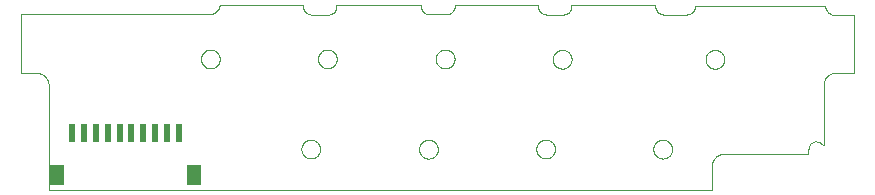
<source format=gtp>
G75*
%MOIN*%
%OFA0B0*%
%FSLAX25Y25*%
%IPPOS*%
%LPD*%
%AMOC8*
5,1,8,0,0,1.08239X$1,22.5*
%
%ADD10C,0.00394*%
%ADD11C,0.00000*%
%ADD12R,0.02362X0.06102*%
%ADD13R,0.04724X0.07087*%
D10*
X0010387Y0007469D02*
X0010387Y0042237D01*
X0010385Y0042365D01*
X0010379Y0042494D01*
X0010370Y0042622D01*
X0010356Y0042749D01*
X0010339Y0042877D01*
X0010317Y0043003D01*
X0010292Y0043129D01*
X0010263Y0043254D01*
X0010231Y0043379D01*
X0010195Y0043502D01*
X0010154Y0043624D01*
X0010111Y0043744D01*
X0010063Y0043864D01*
X0010012Y0043982D01*
X0009958Y0044098D01*
X0009900Y0044213D01*
X0009839Y0044325D01*
X0009774Y0044436D01*
X0009706Y0044545D01*
X0009635Y0044652D01*
X0009560Y0044756D01*
X0009482Y0044859D01*
X0009402Y0044959D01*
X0009318Y0045056D01*
X0009231Y0045151D01*
X0009142Y0045243D01*
X0009050Y0045332D01*
X0008955Y0045419D01*
X0008858Y0045503D01*
X0008758Y0045583D01*
X0008655Y0045661D01*
X0008551Y0045736D01*
X0008444Y0045807D01*
X0008335Y0045875D01*
X0008224Y0045940D01*
X0008112Y0046001D01*
X0007997Y0046059D01*
X0007881Y0046113D01*
X0007763Y0046164D01*
X0007643Y0046212D01*
X0007523Y0046255D01*
X0007401Y0046296D01*
X0007278Y0046332D01*
X0007153Y0046364D01*
X0007028Y0046393D01*
X0006902Y0046418D01*
X0006776Y0046440D01*
X0006648Y0046457D01*
X0006521Y0046471D01*
X0006393Y0046480D01*
X0006264Y0046486D01*
X0006136Y0046488D01*
X0001301Y0046488D01*
X0001301Y0065978D01*
X0063196Y0065978D01*
X0067377Y0068978D02*
X0095163Y0068939D01*
X0095164Y0068940D02*
X0095158Y0068835D01*
X0095157Y0068730D01*
X0095159Y0068625D01*
X0095166Y0068521D01*
X0095176Y0068416D01*
X0095190Y0068312D01*
X0095207Y0068209D01*
X0095229Y0068106D01*
X0095254Y0068004D01*
X0095282Y0067903D01*
X0095315Y0067804D01*
X0095351Y0067705D01*
X0095391Y0067608D01*
X0095434Y0067512D01*
X0095481Y0067418D01*
X0095531Y0067326D01*
X0095584Y0067236D01*
X0095641Y0067148D01*
X0095701Y0067061D01*
X0095764Y0066978D01*
X0095830Y0066896D01*
X0095899Y0066817D01*
X0095970Y0066740D01*
X0096045Y0066667D01*
X0096122Y0066595D01*
X0096202Y0066527D01*
X0096284Y0066462D01*
X0096368Y0066400D01*
X0096455Y0066341D01*
X0096544Y0066285D01*
X0096635Y0066232D01*
X0096727Y0066183D01*
X0096822Y0066137D01*
X0096918Y0066095D01*
X0097015Y0066056D01*
X0097114Y0066021D01*
X0097214Y0065989D01*
X0097315Y0065961D01*
X0097417Y0065937D01*
X0097520Y0065916D01*
X0097624Y0065900D01*
X0097728Y0065887D01*
X0097832Y0065878D01*
X0097832Y0065877D02*
X0103855Y0065877D01*
X0103855Y0065878D02*
X0103955Y0065887D01*
X0104054Y0065901D01*
X0104153Y0065918D01*
X0104251Y0065940D01*
X0104348Y0065965D01*
X0104444Y0065994D01*
X0104539Y0066027D01*
X0104632Y0066063D01*
X0104724Y0066103D01*
X0104814Y0066147D01*
X0104903Y0066194D01*
X0104989Y0066245D01*
X0105074Y0066298D01*
X0105156Y0066356D01*
X0105236Y0066416D01*
X0105314Y0066480D01*
X0105389Y0066546D01*
X0105461Y0066616D01*
X0105531Y0066688D01*
X0105598Y0066763D01*
X0105662Y0066840D01*
X0105722Y0066920D01*
X0105780Y0067002D01*
X0105834Y0067087D01*
X0105885Y0067173D01*
X0105932Y0067261D01*
X0105976Y0067352D01*
X0106016Y0067443D01*
X0106053Y0067537D01*
X0106086Y0067631D01*
X0106115Y0067727D01*
X0106141Y0067824D01*
X0106162Y0067922D01*
X0106180Y0068021D01*
X0106194Y0068120D01*
X0106204Y0068220D01*
X0106210Y0068320D01*
X0106212Y0068420D01*
X0106210Y0068521D01*
X0106204Y0068621D01*
X0106204Y0068620D02*
X0106204Y0068908D01*
X0134475Y0068908D01*
X0134470Y0068804D01*
X0134468Y0068700D01*
X0134470Y0068597D01*
X0134477Y0068493D01*
X0134487Y0068390D01*
X0134501Y0068287D01*
X0134518Y0068184D01*
X0134540Y0068083D01*
X0134565Y0067982D01*
X0134594Y0067883D01*
X0134627Y0067784D01*
X0134664Y0067687D01*
X0134704Y0067591D01*
X0134748Y0067497D01*
X0134795Y0067404D01*
X0134845Y0067314D01*
X0134899Y0067225D01*
X0134956Y0067138D01*
X0135017Y0067054D01*
X0135080Y0066972D01*
X0135147Y0066892D01*
X0135216Y0066815D01*
X0135289Y0066741D01*
X0135364Y0066669D01*
X0135441Y0066600D01*
X0135522Y0066534D01*
X0135604Y0066471D01*
X0135689Y0066411D01*
X0135776Y0066355D01*
X0135865Y0066302D01*
X0135956Y0066252D01*
X0136049Y0066205D01*
X0136144Y0066162D01*
X0136240Y0066123D01*
X0136337Y0066087D01*
X0136436Y0066055D01*
X0136536Y0066027D01*
X0136637Y0066002D01*
X0136738Y0065981D01*
X0136841Y0065964D01*
X0136944Y0065951D01*
X0137047Y0065942D01*
X0137047Y0065941D02*
X0142911Y0065941D01*
X0143018Y0065946D01*
X0143125Y0065955D01*
X0143232Y0065968D01*
X0143339Y0065985D01*
X0143444Y0066006D01*
X0143549Y0066030D01*
X0143653Y0066058D01*
X0143756Y0066090D01*
X0143857Y0066126D01*
X0143957Y0066166D01*
X0144056Y0066209D01*
X0144153Y0066256D01*
X0144248Y0066306D01*
X0144341Y0066360D01*
X0144433Y0066417D01*
X0144522Y0066477D01*
X0144609Y0066540D01*
X0144693Y0066607D01*
X0144775Y0066677D01*
X0144855Y0066749D01*
X0144931Y0066825D01*
X0145005Y0066903D01*
X0145076Y0066984D01*
X0145144Y0067068D01*
X0145209Y0067154D01*
X0145271Y0067242D01*
X0145329Y0067332D01*
X0145385Y0067425D01*
X0145436Y0067519D01*
X0145484Y0067615D01*
X0145529Y0067713D01*
X0145570Y0067813D01*
X0145608Y0067914D01*
X0145641Y0068016D01*
X0145671Y0068119D01*
X0145697Y0068224D01*
X0145720Y0068329D01*
X0145738Y0068435D01*
X0145753Y0068542D01*
X0145763Y0068649D01*
X0145770Y0068756D01*
X0145773Y0068864D01*
X0145772Y0068972D01*
X0145772Y0068971D02*
X0145772Y0069003D01*
X0152987Y0069003D01*
X0173476Y0069006D01*
X0173470Y0068899D01*
X0173469Y0068792D01*
X0173472Y0068685D01*
X0173478Y0068578D01*
X0173489Y0068471D01*
X0173503Y0068365D01*
X0173521Y0068260D01*
X0173543Y0068155D01*
X0173569Y0068051D01*
X0173598Y0067948D01*
X0173632Y0067846D01*
X0173669Y0067746D01*
X0173709Y0067646D01*
X0173754Y0067549D01*
X0173801Y0067453D01*
X0173853Y0067359D01*
X0173907Y0067267D01*
X0173965Y0067177D01*
X0174026Y0067089D01*
X0174091Y0067003D01*
X0174158Y0066920D01*
X0174229Y0066840D01*
X0174302Y0066762D01*
X0174378Y0066686D01*
X0174457Y0066614D01*
X0174539Y0066544D01*
X0174623Y0066478D01*
X0174709Y0066414D01*
X0174798Y0066354D01*
X0174888Y0066297D01*
X0174981Y0066244D01*
X0175076Y0066194D01*
X0175172Y0066147D01*
X0175270Y0066104D01*
X0175370Y0066064D01*
X0175471Y0066029D01*
X0175573Y0065996D01*
X0175676Y0065968D01*
X0175780Y0065943D01*
X0175885Y0065923D01*
X0175991Y0065906D01*
X0176097Y0065893D01*
X0176204Y0065884D01*
X0182026Y0065884D01*
X0182131Y0065893D01*
X0182236Y0065906D01*
X0182340Y0065924D01*
X0182443Y0065945D01*
X0182546Y0065970D01*
X0182647Y0065998D01*
X0182747Y0066031D01*
X0182847Y0066067D01*
X0182944Y0066107D01*
X0183040Y0066150D01*
X0183135Y0066197D01*
X0183227Y0066248D01*
X0183318Y0066302D01*
X0183407Y0066359D01*
X0183493Y0066420D01*
X0183577Y0066484D01*
X0183658Y0066551D01*
X0183737Y0066621D01*
X0183814Y0066693D01*
X0183887Y0066769D01*
X0183958Y0066847D01*
X0184026Y0066928D01*
X0184090Y0067012D01*
X0184152Y0067097D01*
X0184210Y0067185D01*
X0184265Y0067275D01*
X0184317Y0067367D01*
X0184365Y0067461D01*
X0184409Y0067557D01*
X0184450Y0067654D01*
X0184487Y0067753D01*
X0184521Y0067853D01*
X0184550Y0067954D01*
X0184576Y0068057D01*
X0184598Y0068160D01*
X0184616Y0068264D01*
X0184631Y0068368D01*
X0184641Y0068473D01*
X0184647Y0068579D01*
X0184650Y0068684D01*
X0184649Y0068789D01*
X0184643Y0068895D01*
X0184644Y0068895D02*
X0184644Y0068908D01*
X0212592Y0068908D01*
X0212587Y0068804D01*
X0212585Y0068701D01*
X0212587Y0068597D01*
X0212593Y0068493D01*
X0212603Y0068390D01*
X0212617Y0068287D01*
X0212634Y0068185D01*
X0212655Y0068083D01*
X0212680Y0067983D01*
X0212708Y0067883D01*
X0212741Y0067784D01*
X0212776Y0067687D01*
X0212815Y0067591D01*
X0212858Y0067496D01*
X0212904Y0067403D01*
X0212954Y0067312D01*
X0213006Y0067223D01*
X0213062Y0067135D01*
X0213121Y0067050D01*
X0213184Y0066967D01*
X0213249Y0066886D01*
X0213317Y0066808D01*
X0213388Y0066732D01*
X0213461Y0066659D01*
X0213538Y0066589D01*
X0213616Y0066521D01*
X0213698Y0066457D01*
X0213781Y0066395D01*
X0213867Y0066337D01*
X0213954Y0066281D01*
X0214044Y0066229D01*
X0214136Y0066180D01*
X0214229Y0066135D01*
X0214324Y0066093D01*
X0214420Y0066055D01*
X0214518Y0066020D01*
X0214617Y0065988D01*
X0214717Y0065961D01*
X0214818Y0065937D01*
X0214919Y0065916D01*
X0215022Y0065900D01*
X0215125Y0065887D01*
X0215228Y0065878D01*
X0215228Y0065877D02*
X0222977Y0065877D01*
X0223082Y0065879D01*
X0223188Y0065885D01*
X0223293Y0065894D01*
X0223397Y0065908D01*
X0223502Y0065925D01*
X0223605Y0065946D01*
X0223707Y0065971D01*
X0223809Y0065999D01*
X0223909Y0066032D01*
X0224009Y0066068D01*
X0224107Y0066107D01*
X0224203Y0066150D01*
X0224298Y0066197D01*
X0224390Y0066247D01*
X0224481Y0066300D01*
X0224571Y0066356D01*
X0224657Y0066416D01*
X0224742Y0066479D01*
X0224824Y0066545D01*
X0224904Y0066614D01*
X0224981Y0066686D01*
X0225056Y0066761D01*
X0225128Y0066838D01*
X0225197Y0066918D01*
X0225263Y0067000D01*
X0225326Y0067085D01*
X0225386Y0067171D01*
X0225442Y0067261D01*
X0225495Y0067352D01*
X0225545Y0067444D01*
X0225592Y0067539D01*
X0225635Y0067635D01*
X0225674Y0067733D01*
X0225710Y0067833D01*
X0225743Y0067933D01*
X0225771Y0068035D01*
X0225796Y0068137D01*
X0225817Y0068240D01*
X0225834Y0068345D01*
X0225848Y0068449D01*
X0225857Y0068554D01*
X0225863Y0068660D01*
X0225865Y0068765D01*
X0225865Y0068879D01*
X0269207Y0068879D01*
X0269208Y0068879D02*
X0269216Y0068764D01*
X0269228Y0068649D01*
X0269245Y0068534D01*
X0269265Y0068420D01*
X0269289Y0068307D01*
X0269316Y0068194D01*
X0269347Y0068083D01*
X0269382Y0067972D01*
X0269421Y0067863D01*
X0269464Y0067756D01*
X0269509Y0067649D01*
X0269559Y0067545D01*
X0269612Y0067442D01*
X0269668Y0067341D01*
X0269728Y0067241D01*
X0269791Y0067144D01*
X0269857Y0067049D01*
X0269926Y0066956D01*
X0269998Y0066866D01*
X0270074Y0066778D01*
X0270152Y0066693D01*
X0270233Y0066610D01*
X0270317Y0066530D01*
X0270403Y0066453D01*
X0270492Y0066379D01*
X0270583Y0066308D01*
X0270677Y0066240D01*
X0270773Y0066175D01*
X0270871Y0066113D01*
X0270971Y0066055D01*
X0271073Y0066000D01*
X0271177Y0065949D01*
X0271282Y0065901D01*
X0271389Y0065856D01*
X0271497Y0065815D01*
X0271607Y0065778D01*
X0271717Y0065744D01*
X0271829Y0065715D01*
X0271942Y0065688D01*
X0272056Y0065666D01*
X0272170Y0065648D01*
X0272285Y0065633D01*
X0272400Y0065622D01*
X0272516Y0065615D01*
X0272631Y0065612D01*
X0272747Y0065613D01*
X0272863Y0065618D01*
X0272862Y0065617D02*
X0278684Y0065617D01*
X0278684Y0046459D01*
X0272637Y0046459D01*
X0272516Y0046457D01*
X0272395Y0046451D01*
X0272274Y0046442D01*
X0272153Y0046429D01*
X0272033Y0046411D01*
X0271914Y0046391D01*
X0271795Y0046366D01*
X0271677Y0046338D01*
X0271560Y0046306D01*
X0271445Y0046270D01*
X0271330Y0046231D01*
X0271216Y0046188D01*
X0271104Y0046142D01*
X0270994Y0046092D01*
X0270885Y0046038D01*
X0270778Y0045982D01*
X0270673Y0045922D01*
X0270569Y0045858D01*
X0270468Y0045792D01*
X0270369Y0045722D01*
X0270272Y0045649D01*
X0270177Y0045573D01*
X0270085Y0045495D01*
X0269995Y0045413D01*
X0269908Y0045329D01*
X0269824Y0045242D01*
X0269742Y0045152D01*
X0269664Y0045060D01*
X0269588Y0044965D01*
X0269515Y0044868D01*
X0269445Y0044769D01*
X0269379Y0044668D01*
X0269315Y0044564D01*
X0269255Y0044459D01*
X0269199Y0044352D01*
X0269145Y0044243D01*
X0269095Y0044133D01*
X0269049Y0044021D01*
X0269006Y0043907D01*
X0268967Y0043792D01*
X0268931Y0043677D01*
X0268899Y0043560D01*
X0268871Y0043442D01*
X0268846Y0043323D01*
X0268826Y0043204D01*
X0268808Y0043084D01*
X0268795Y0042963D01*
X0268786Y0042842D01*
X0268780Y0042721D01*
X0268778Y0042600D01*
X0268778Y0022569D01*
X0268777Y0022569D02*
X0268775Y0022538D01*
X0268770Y0022508D01*
X0268762Y0022478D01*
X0268750Y0022450D01*
X0268735Y0022423D01*
X0268717Y0022398D01*
X0268696Y0022375D01*
X0268673Y0022354D01*
X0268648Y0022336D01*
X0268621Y0022321D01*
X0268593Y0022309D01*
X0268563Y0022301D01*
X0268533Y0022296D01*
X0268502Y0022294D01*
X0268502Y0022293D02*
X0268124Y0022671D01*
X0267597Y0023092D01*
X0267339Y0023259D01*
X0267191Y0023332D01*
X0266914Y0023462D01*
X0266582Y0023517D01*
X0266287Y0023591D01*
X0265955Y0023572D01*
X0265531Y0023498D01*
X0265180Y0023332D01*
X0264811Y0023111D01*
X0264516Y0022890D01*
X0264276Y0022687D01*
X0264055Y0022410D01*
X0263926Y0022151D01*
X0263797Y0021930D01*
X0263723Y0021653D01*
X0263668Y0021376D01*
X0263594Y0020823D01*
X0263612Y0020491D01*
X0263575Y0019993D01*
X0263575Y0019461D01*
X0235535Y0019461D01*
X0235535Y0019462D02*
X0235409Y0019460D01*
X0235283Y0019454D01*
X0235157Y0019445D01*
X0235032Y0019431D01*
X0234907Y0019414D01*
X0234783Y0019392D01*
X0234659Y0019367D01*
X0234537Y0019338D01*
X0234415Y0019306D01*
X0234294Y0019269D01*
X0234175Y0019229D01*
X0234056Y0019186D01*
X0233940Y0019138D01*
X0233824Y0019087D01*
X0233711Y0019033D01*
X0233599Y0018975D01*
X0233489Y0018914D01*
X0233380Y0018849D01*
X0233274Y0018781D01*
X0233170Y0018710D01*
X0233068Y0018635D01*
X0232969Y0018558D01*
X0232872Y0018477D01*
X0232778Y0018394D01*
X0232686Y0018307D01*
X0232597Y0018218D01*
X0232510Y0018126D01*
X0232427Y0018032D01*
X0232346Y0017935D01*
X0232269Y0017836D01*
X0232194Y0017734D01*
X0232123Y0017630D01*
X0232055Y0017524D01*
X0231990Y0017416D01*
X0231929Y0017305D01*
X0231871Y0017193D01*
X0231817Y0017080D01*
X0231766Y0016964D01*
X0231718Y0016848D01*
X0231675Y0016729D01*
X0231635Y0016610D01*
X0231598Y0016489D01*
X0231566Y0016367D01*
X0231537Y0016245D01*
X0231512Y0016121D01*
X0231490Y0015997D01*
X0231473Y0015872D01*
X0231459Y0015747D01*
X0231450Y0015621D01*
X0231444Y0015495D01*
X0231442Y0015369D01*
X0231443Y0015369D02*
X0231443Y0007469D01*
X0010387Y0007469D01*
X0063195Y0065977D02*
X0063313Y0065960D01*
X0063432Y0065946D01*
X0063550Y0065937D01*
X0063669Y0065931D01*
X0063788Y0065929D01*
X0063907Y0065931D01*
X0064026Y0065937D01*
X0064145Y0065947D01*
X0064263Y0065960D01*
X0064381Y0065978D01*
X0064498Y0065999D01*
X0064614Y0066025D01*
X0064730Y0066054D01*
X0064844Y0066086D01*
X0064958Y0066123D01*
X0065070Y0066163D01*
X0065181Y0066207D01*
X0065290Y0066254D01*
X0065397Y0066305D01*
X0065503Y0066360D01*
X0065607Y0066418D01*
X0065710Y0066479D01*
X0065810Y0066544D01*
X0065907Y0066611D01*
X0066003Y0066682D01*
X0066096Y0066756D01*
X0066187Y0066834D01*
X0066275Y0066914D01*
X0066361Y0066996D01*
X0066443Y0067082D01*
X0066523Y0067170D01*
X0066600Y0067261D01*
X0066674Y0067354D01*
X0066745Y0067450D01*
X0066813Y0067548D01*
X0066877Y0067648D01*
X0066939Y0067750D01*
X0066996Y0067855D01*
X0067051Y0067961D01*
X0067102Y0068068D01*
X0067149Y0068177D01*
X0067193Y0068288D01*
X0067233Y0068400D01*
X0067269Y0068514D01*
X0067302Y0068628D01*
X0067330Y0068744D01*
X0067356Y0068860D01*
X0067377Y0068977D01*
D11*
X0061160Y0051047D02*
X0061162Y0051159D01*
X0061168Y0051270D01*
X0061178Y0051382D01*
X0061192Y0051492D01*
X0061210Y0051603D01*
X0061232Y0051712D01*
X0061257Y0051821D01*
X0061287Y0051929D01*
X0061320Y0052035D01*
X0061357Y0052141D01*
X0061398Y0052245D01*
X0061443Y0052347D01*
X0061491Y0052448D01*
X0061543Y0052547D01*
X0061598Y0052644D01*
X0061657Y0052739D01*
X0061719Y0052832D01*
X0061784Y0052923D01*
X0061853Y0053011D01*
X0061925Y0053097D01*
X0061999Y0053180D01*
X0062077Y0053260D01*
X0062157Y0053338D01*
X0062240Y0053412D01*
X0062326Y0053484D01*
X0062414Y0053553D01*
X0062505Y0053618D01*
X0062598Y0053680D01*
X0062693Y0053739D01*
X0062790Y0053794D01*
X0062889Y0053846D01*
X0062990Y0053894D01*
X0063092Y0053939D01*
X0063196Y0053980D01*
X0063302Y0054017D01*
X0063408Y0054050D01*
X0063516Y0054080D01*
X0063625Y0054105D01*
X0063734Y0054127D01*
X0063845Y0054145D01*
X0063955Y0054159D01*
X0064067Y0054169D01*
X0064178Y0054175D01*
X0064290Y0054177D01*
X0064402Y0054175D01*
X0064513Y0054169D01*
X0064625Y0054159D01*
X0064735Y0054145D01*
X0064846Y0054127D01*
X0064955Y0054105D01*
X0065064Y0054080D01*
X0065172Y0054050D01*
X0065278Y0054017D01*
X0065384Y0053980D01*
X0065488Y0053939D01*
X0065590Y0053894D01*
X0065691Y0053846D01*
X0065790Y0053794D01*
X0065887Y0053739D01*
X0065982Y0053680D01*
X0066075Y0053618D01*
X0066166Y0053553D01*
X0066254Y0053484D01*
X0066340Y0053412D01*
X0066423Y0053338D01*
X0066503Y0053260D01*
X0066581Y0053180D01*
X0066655Y0053097D01*
X0066727Y0053011D01*
X0066796Y0052923D01*
X0066861Y0052832D01*
X0066923Y0052739D01*
X0066982Y0052644D01*
X0067037Y0052547D01*
X0067089Y0052448D01*
X0067137Y0052347D01*
X0067182Y0052245D01*
X0067223Y0052141D01*
X0067260Y0052035D01*
X0067293Y0051929D01*
X0067323Y0051821D01*
X0067348Y0051712D01*
X0067370Y0051603D01*
X0067388Y0051492D01*
X0067402Y0051382D01*
X0067412Y0051270D01*
X0067418Y0051159D01*
X0067420Y0051047D01*
X0067418Y0050935D01*
X0067412Y0050824D01*
X0067402Y0050712D01*
X0067388Y0050602D01*
X0067370Y0050491D01*
X0067348Y0050382D01*
X0067323Y0050273D01*
X0067293Y0050165D01*
X0067260Y0050059D01*
X0067223Y0049953D01*
X0067182Y0049849D01*
X0067137Y0049747D01*
X0067089Y0049646D01*
X0067037Y0049547D01*
X0066982Y0049450D01*
X0066923Y0049355D01*
X0066861Y0049262D01*
X0066796Y0049171D01*
X0066727Y0049083D01*
X0066655Y0048997D01*
X0066581Y0048914D01*
X0066503Y0048834D01*
X0066423Y0048756D01*
X0066340Y0048682D01*
X0066254Y0048610D01*
X0066166Y0048541D01*
X0066075Y0048476D01*
X0065982Y0048414D01*
X0065887Y0048355D01*
X0065790Y0048300D01*
X0065691Y0048248D01*
X0065590Y0048200D01*
X0065488Y0048155D01*
X0065384Y0048114D01*
X0065278Y0048077D01*
X0065172Y0048044D01*
X0065064Y0048014D01*
X0064955Y0047989D01*
X0064846Y0047967D01*
X0064735Y0047949D01*
X0064625Y0047935D01*
X0064513Y0047925D01*
X0064402Y0047919D01*
X0064290Y0047917D01*
X0064178Y0047919D01*
X0064067Y0047925D01*
X0063955Y0047935D01*
X0063845Y0047949D01*
X0063734Y0047967D01*
X0063625Y0047989D01*
X0063516Y0048014D01*
X0063408Y0048044D01*
X0063302Y0048077D01*
X0063196Y0048114D01*
X0063092Y0048155D01*
X0062990Y0048200D01*
X0062889Y0048248D01*
X0062790Y0048300D01*
X0062693Y0048355D01*
X0062598Y0048414D01*
X0062505Y0048476D01*
X0062414Y0048541D01*
X0062326Y0048610D01*
X0062240Y0048682D01*
X0062157Y0048756D01*
X0062077Y0048834D01*
X0061999Y0048914D01*
X0061925Y0048997D01*
X0061853Y0049083D01*
X0061784Y0049171D01*
X0061719Y0049262D01*
X0061657Y0049355D01*
X0061598Y0049450D01*
X0061543Y0049547D01*
X0061491Y0049646D01*
X0061443Y0049747D01*
X0061398Y0049849D01*
X0061357Y0049953D01*
X0061320Y0050059D01*
X0061287Y0050165D01*
X0061257Y0050273D01*
X0061232Y0050382D01*
X0061210Y0050491D01*
X0061192Y0050602D01*
X0061178Y0050712D01*
X0061168Y0050824D01*
X0061162Y0050935D01*
X0061160Y0051047D01*
X0100154Y0051073D02*
X0100156Y0051185D01*
X0100162Y0051296D01*
X0100172Y0051408D01*
X0100186Y0051518D01*
X0100204Y0051629D01*
X0100226Y0051738D01*
X0100251Y0051847D01*
X0100281Y0051955D01*
X0100314Y0052061D01*
X0100351Y0052167D01*
X0100392Y0052271D01*
X0100437Y0052373D01*
X0100485Y0052474D01*
X0100537Y0052573D01*
X0100592Y0052670D01*
X0100651Y0052765D01*
X0100713Y0052858D01*
X0100778Y0052949D01*
X0100847Y0053037D01*
X0100919Y0053123D01*
X0100993Y0053206D01*
X0101071Y0053286D01*
X0101151Y0053364D01*
X0101234Y0053438D01*
X0101320Y0053510D01*
X0101408Y0053579D01*
X0101499Y0053644D01*
X0101592Y0053706D01*
X0101687Y0053765D01*
X0101784Y0053820D01*
X0101883Y0053872D01*
X0101984Y0053920D01*
X0102086Y0053965D01*
X0102190Y0054006D01*
X0102296Y0054043D01*
X0102402Y0054076D01*
X0102510Y0054106D01*
X0102619Y0054131D01*
X0102728Y0054153D01*
X0102839Y0054171D01*
X0102949Y0054185D01*
X0103061Y0054195D01*
X0103172Y0054201D01*
X0103284Y0054203D01*
X0103396Y0054201D01*
X0103507Y0054195D01*
X0103619Y0054185D01*
X0103729Y0054171D01*
X0103840Y0054153D01*
X0103949Y0054131D01*
X0104058Y0054106D01*
X0104166Y0054076D01*
X0104272Y0054043D01*
X0104378Y0054006D01*
X0104482Y0053965D01*
X0104584Y0053920D01*
X0104685Y0053872D01*
X0104784Y0053820D01*
X0104881Y0053765D01*
X0104976Y0053706D01*
X0105069Y0053644D01*
X0105160Y0053579D01*
X0105248Y0053510D01*
X0105334Y0053438D01*
X0105417Y0053364D01*
X0105497Y0053286D01*
X0105575Y0053206D01*
X0105649Y0053123D01*
X0105721Y0053037D01*
X0105790Y0052949D01*
X0105855Y0052858D01*
X0105917Y0052765D01*
X0105976Y0052670D01*
X0106031Y0052573D01*
X0106083Y0052474D01*
X0106131Y0052373D01*
X0106176Y0052271D01*
X0106217Y0052167D01*
X0106254Y0052061D01*
X0106287Y0051955D01*
X0106317Y0051847D01*
X0106342Y0051738D01*
X0106364Y0051629D01*
X0106382Y0051518D01*
X0106396Y0051408D01*
X0106406Y0051296D01*
X0106412Y0051185D01*
X0106414Y0051073D01*
X0106412Y0050961D01*
X0106406Y0050850D01*
X0106396Y0050738D01*
X0106382Y0050628D01*
X0106364Y0050517D01*
X0106342Y0050408D01*
X0106317Y0050299D01*
X0106287Y0050191D01*
X0106254Y0050085D01*
X0106217Y0049979D01*
X0106176Y0049875D01*
X0106131Y0049773D01*
X0106083Y0049672D01*
X0106031Y0049573D01*
X0105976Y0049476D01*
X0105917Y0049381D01*
X0105855Y0049288D01*
X0105790Y0049197D01*
X0105721Y0049109D01*
X0105649Y0049023D01*
X0105575Y0048940D01*
X0105497Y0048860D01*
X0105417Y0048782D01*
X0105334Y0048708D01*
X0105248Y0048636D01*
X0105160Y0048567D01*
X0105069Y0048502D01*
X0104976Y0048440D01*
X0104881Y0048381D01*
X0104784Y0048326D01*
X0104685Y0048274D01*
X0104584Y0048226D01*
X0104482Y0048181D01*
X0104378Y0048140D01*
X0104272Y0048103D01*
X0104166Y0048070D01*
X0104058Y0048040D01*
X0103949Y0048015D01*
X0103840Y0047993D01*
X0103729Y0047975D01*
X0103619Y0047961D01*
X0103507Y0047951D01*
X0103396Y0047945D01*
X0103284Y0047943D01*
X0103172Y0047945D01*
X0103061Y0047951D01*
X0102949Y0047961D01*
X0102839Y0047975D01*
X0102728Y0047993D01*
X0102619Y0048015D01*
X0102510Y0048040D01*
X0102402Y0048070D01*
X0102296Y0048103D01*
X0102190Y0048140D01*
X0102086Y0048181D01*
X0101984Y0048226D01*
X0101883Y0048274D01*
X0101784Y0048326D01*
X0101687Y0048381D01*
X0101592Y0048440D01*
X0101499Y0048502D01*
X0101408Y0048567D01*
X0101320Y0048636D01*
X0101234Y0048708D01*
X0101151Y0048782D01*
X0101071Y0048860D01*
X0100993Y0048940D01*
X0100919Y0049023D01*
X0100847Y0049109D01*
X0100778Y0049197D01*
X0100713Y0049288D01*
X0100651Y0049381D01*
X0100592Y0049476D01*
X0100537Y0049573D01*
X0100485Y0049672D01*
X0100437Y0049773D01*
X0100392Y0049875D01*
X0100351Y0049979D01*
X0100314Y0050085D01*
X0100281Y0050191D01*
X0100251Y0050299D01*
X0100226Y0050408D01*
X0100204Y0050517D01*
X0100186Y0050628D01*
X0100172Y0050738D01*
X0100162Y0050850D01*
X0100156Y0050961D01*
X0100154Y0051073D01*
X0139408Y0051056D02*
X0139410Y0051168D01*
X0139416Y0051279D01*
X0139426Y0051391D01*
X0139440Y0051501D01*
X0139458Y0051612D01*
X0139480Y0051721D01*
X0139505Y0051830D01*
X0139535Y0051938D01*
X0139568Y0052044D01*
X0139605Y0052150D01*
X0139646Y0052254D01*
X0139691Y0052356D01*
X0139739Y0052457D01*
X0139791Y0052556D01*
X0139846Y0052653D01*
X0139905Y0052748D01*
X0139967Y0052841D01*
X0140032Y0052932D01*
X0140101Y0053020D01*
X0140173Y0053106D01*
X0140247Y0053189D01*
X0140325Y0053269D01*
X0140405Y0053347D01*
X0140488Y0053421D01*
X0140574Y0053493D01*
X0140662Y0053562D01*
X0140753Y0053627D01*
X0140846Y0053689D01*
X0140941Y0053748D01*
X0141038Y0053803D01*
X0141137Y0053855D01*
X0141238Y0053903D01*
X0141340Y0053948D01*
X0141444Y0053989D01*
X0141550Y0054026D01*
X0141656Y0054059D01*
X0141764Y0054089D01*
X0141873Y0054114D01*
X0141982Y0054136D01*
X0142093Y0054154D01*
X0142203Y0054168D01*
X0142315Y0054178D01*
X0142426Y0054184D01*
X0142538Y0054186D01*
X0142650Y0054184D01*
X0142761Y0054178D01*
X0142873Y0054168D01*
X0142983Y0054154D01*
X0143094Y0054136D01*
X0143203Y0054114D01*
X0143312Y0054089D01*
X0143420Y0054059D01*
X0143526Y0054026D01*
X0143632Y0053989D01*
X0143736Y0053948D01*
X0143838Y0053903D01*
X0143939Y0053855D01*
X0144038Y0053803D01*
X0144135Y0053748D01*
X0144230Y0053689D01*
X0144323Y0053627D01*
X0144414Y0053562D01*
X0144502Y0053493D01*
X0144588Y0053421D01*
X0144671Y0053347D01*
X0144751Y0053269D01*
X0144829Y0053189D01*
X0144903Y0053106D01*
X0144975Y0053020D01*
X0145044Y0052932D01*
X0145109Y0052841D01*
X0145171Y0052748D01*
X0145230Y0052653D01*
X0145285Y0052556D01*
X0145337Y0052457D01*
X0145385Y0052356D01*
X0145430Y0052254D01*
X0145471Y0052150D01*
X0145508Y0052044D01*
X0145541Y0051938D01*
X0145571Y0051830D01*
X0145596Y0051721D01*
X0145618Y0051612D01*
X0145636Y0051501D01*
X0145650Y0051391D01*
X0145660Y0051279D01*
X0145666Y0051168D01*
X0145668Y0051056D01*
X0145666Y0050944D01*
X0145660Y0050833D01*
X0145650Y0050721D01*
X0145636Y0050611D01*
X0145618Y0050500D01*
X0145596Y0050391D01*
X0145571Y0050282D01*
X0145541Y0050174D01*
X0145508Y0050068D01*
X0145471Y0049962D01*
X0145430Y0049858D01*
X0145385Y0049756D01*
X0145337Y0049655D01*
X0145285Y0049556D01*
X0145230Y0049459D01*
X0145171Y0049364D01*
X0145109Y0049271D01*
X0145044Y0049180D01*
X0144975Y0049092D01*
X0144903Y0049006D01*
X0144829Y0048923D01*
X0144751Y0048843D01*
X0144671Y0048765D01*
X0144588Y0048691D01*
X0144502Y0048619D01*
X0144414Y0048550D01*
X0144323Y0048485D01*
X0144230Y0048423D01*
X0144135Y0048364D01*
X0144038Y0048309D01*
X0143939Y0048257D01*
X0143838Y0048209D01*
X0143736Y0048164D01*
X0143632Y0048123D01*
X0143526Y0048086D01*
X0143420Y0048053D01*
X0143312Y0048023D01*
X0143203Y0047998D01*
X0143094Y0047976D01*
X0142983Y0047958D01*
X0142873Y0047944D01*
X0142761Y0047934D01*
X0142650Y0047928D01*
X0142538Y0047926D01*
X0142426Y0047928D01*
X0142315Y0047934D01*
X0142203Y0047944D01*
X0142093Y0047958D01*
X0141982Y0047976D01*
X0141873Y0047998D01*
X0141764Y0048023D01*
X0141656Y0048053D01*
X0141550Y0048086D01*
X0141444Y0048123D01*
X0141340Y0048164D01*
X0141238Y0048209D01*
X0141137Y0048257D01*
X0141038Y0048309D01*
X0140941Y0048364D01*
X0140846Y0048423D01*
X0140753Y0048485D01*
X0140662Y0048550D01*
X0140574Y0048619D01*
X0140488Y0048691D01*
X0140405Y0048765D01*
X0140325Y0048843D01*
X0140247Y0048923D01*
X0140173Y0049006D01*
X0140101Y0049092D01*
X0140032Y0049180D01*
X0139967Y0049271D01*
X0139905Y0049364D01*
X0139846Y0049459D01*
X0139791Y0049556D01*
X0139739Y0049655D01*
X0139691Y0049756D01*
X0139646Y0049858D01*
X0139605Y0049962D01*
X0139568Y0050068D01*
X0139535Y0050174D01*
X0139505Y0050282D01*
X0139480Y0050391D01*
X0139458Y0050500D01*
X0139440Y0050611D01*
X0139426Y0050721D01*
X0139416Y0050833D01*
X0139410Y0050944D01*
X0139408Y0051056D01*
X0178417Y0050976D02*
X0178419Y0051088D01*
X0178425Y0051199D01*
X0178435Y0051311D01*
X0178449Y0051421D01*
X0178467Y0051532D01*
X0178489Y0051641D01*
X0178514Y0051750D01*
X0178544Y0051858D01*
X0178577Y0051964D01*
X0178614Y0052070D01*
X0178655Y0052174D01*
X0178700Y0052276D01*
X0178748Y0052377D01*
X0178800Y0052476D01*
X0178855Y0052573D01*
X0178914Y0052668D01*
X0178976Y0052761D01*
X0179041Y0052852D01*
X0179110Y0052940D01*
X0179182Y0053026D01*
X0179256Y0053109D01*
X0179334Y0053189D01*
X0179414Y0053267D01*
X0179497Y0053341D01*
X0179583Y0053413D01*
X0179671Y0053482D01*
X0179762Y0053547D01*
X0179855Y0053609D01*
X0179950Y0053668D01*
X0180047Y0053723D01*
X0180146Y0053775D01*
X0180247Y0053823D01*
X0180349Y0053868D01*
X0180453Y0053909D01*
X0180559Y0053946D01*
X0180665Y0053979D01*
X0180773Y0054009D01*
X0180882Y0054034D01*
X0180991Y0054056D01*
X0181102Y0054074D01*
X0181212Y0054088D01*
X0181324Y0054098D01*
X0181435Y0054104D01*
X0181547Y0054106D01*
X0181659Y0054104D01*
X0181770Y0054098D01*
X0181882Y0054088D01*
X0181992Y0054074D01*
X0182103Y0054056D01*
X0182212Y0054034D01*
X0182321Y0054009D01*
X0182429Y0053979D01*
X0182535Y0053946D01*
X0182641Y0053909D01*
X0182745Y0053868D01*
X0182847Y0053823D01*
X0182948Y0053775D01*
X0183047Y0053723D01*
X0183144Y0053668D01*
X0183239Y0053609D01*
X0183332Y0053547D01*
X0183423Y0053482D01*
X0183511Y0053413D01*
X0183597Y0053341D01*
X0183680Y0053267D01*
X0183760Y0053189D01*
X0183838Y0053109D01*
X0183912Y0053026D01*
X0183984Y0052940D01*
X0184053Y0052852D01*
X0184118Y0052761D01*
X0184180Y0052668D01*
X0184239Y0052573D01*
X0184294Y0052476D01*
X0184346Y0052377D01*
X0184394Y0052276D01*
X0184439Y0052174D01*
X0184480Y0052070D01*
X0184517Y0051964D01*
X0184550Y0051858D01*
X0184580Y0051750D01*
X0184605Y0051641D01*
X0184627Y0051532D01*
X0184645Y0051421D01*
X0184659Y0051311D01*
X0184669Y0051199D01*
X0184675Y0051088D01*
X0184677Y0050976D01*
X0184675Y0050864D01*
X0184669Y0050753D01*
X0184659Y0050641D01*
X0184645Y0050531D01*
X0184627Y0050420D01*
X0184605Y0050311D01*
X0184580Y0050202D01*
X0184550Y0050094D01*
X0184517Y0049988D01*
X0184480Y0049882D01*
X0184439Y0049778D01*
X0184394Y0049676D01*
X0184346Y0049575D01*
X0184294Y0049476D01*
X0184239Y0049379D01*
X0184180Y0049284D01*
X0184118Y0049191D01*
X0184053Y0049100D01*
X0183984Y0049012D01*
X0183912Y0048926D01*
X0183838Y0048843D01*
X0183760Y0048763D01*
X0183680Y0048685D01*
X0183597Y0048611D01*
X0183511Y0048539D01*
X0183423Y0048470D01*
X0183332Y0048405D01*
X0183239Y0048343D01*
X0183144Y0048284D01*
X0183047Y0048229D01*
X0182948Y0048177D01*
X0182847Y0048129D01*
X0182745Y0048084D01*
X0182641Y0048043D01*
X0182535Y0048006D01*
X0182429Y0047973D01*
X0182321Y0047943D01*
X0182212Y0047918D01*
X0182103Y0047896D01*
X0181992Y0047878D01*
X0181882Y0047864D01*
X0181770Y0047854D01*
X0181659Y0047848D01*
X0181547Y0047846D01*
X0181435Y0047848D01*
X0181324Y0047854D01*
X0181212Y0047864D01*
X0181102Y0047878D01*
X0180991Y0047896D01*
X0180882Y0047918D01*
X0180773Y0047943D01*
X0180665Y0047973D01*
X0180559Y0048006D01*
X0180453Y0048043D01*
X0180349Y0048084D01*
X0180247Y0048129D01*
X0180146Y0048177D01*
X0180047Y0048229D01*
X0179950Y0048284D01*
X0179855Y0048343D01*
X0179762Y0048405D01*
X0179671Y0048470D01*
X0179583Y0048539D01*
X0179497Y0048611D01*
X0179414Y0048685D01*
X0179334Y0048763D01*
X0179256Y0048843D01*
X0179182Y0048926D01*
X0179110Y0049012D01*
X0179041Y0049100D01*
X0178976Y0049191D01*
X0178914Y0049284D01*
X0178855Y0049379D01*
X0178800Y0049476D01*
X0178748Y0049575D01*
X0178700Y0049676D01*
X0178655Y0049778D01*
X0178614Y0049882D01*
X0178577Y0049988D01*
X0178544Y0050094D01*
X0178514Y0050202D01*
X0178489Y0050311D01*
X0178467Y0050420D01*
X0178449Y0050531D01*
X0178435Y0050641D01*
X0178425Y0050753D01*
X0178419Y0050864D01*
X0178417Y0050976D01*
X0229346Y0050944D02*
X0229348Y0051056D01*
X0229354Y0051167D01*
X0229364Y0051279D01*
X0229378Y0051389D01*
X0229396Y0051500D01*
X0229418Y0051609D01*
X0229443Y0051718D01*
X0229473Y0051826D01*
X0229506Y0051932D01*
X0229543Y0052038D01*
X0229584Y0052142D01*
X0229629Y0052244D01*
X0229677Y0052345D01*
X0229729Y0052444D01*
X0229784Y0052541D01*
X0229843Y0052636D01*
X0229905Y0052729D01*
X0229970Y0052820D01*
X0230039Y0052908D01*
X0230111Y0052994D01*
X0230185Y0053077D01*
X0230263Y0053157D01*
X0230343Y0053235D01*
X0230426Y0053309D01*
X0230512Y0053381D01*
X0230600Y0053450D01*
X0230691Y0053515D01*
X0230784Y0053577D01*
X0230879Y0053636D01*
X0230976Y0053691D01*
X0231075Y0053743D01*
X0231176Y0053791D01*
X0231278Y0053836D01*
X0231382Y0053877D01*
X0231488Y0053914D01*
X0231594Y0053947D01*
X0231702Y0053977D01*
X0231811Y0054002D01*
X0231920Y0054024D01*
X0232031Y0054042D01*
X0232141Y0054056D01*
X0232253Y0054066D01*
X0232364Y0054072D01*
X0232476Y0054074D01*
X0232588Y0054072D01*
X0232699Y0054066D01*
X0232811Y0054056D01*
X0232921Y0054042D01*
X0233032Y0054024D01*
X0233141Y0054002D01*
X0233250Y0053977D01*
X0233358Y0053947D01*
X0233464Y0053914D01*
X0233570Y0053877D01*
X0233674Y0053836D01*
X0233776Y0053791D01*
X0233877Y0053743D01*
X0233976Y0053691D01*
X0234073Y0053636D01*
X0234168Y0053577D01*
X0234261Y0053515D01*
X0234352Y0053450D01*
X0234440Y0053381D01*
X0234526Y0053309D01*
X0234609Y0053235D01*
X0234689Y0053157D01*
X0234767Y0053077D01*
X0234841Y0052994D01*
X0234913Y0052908D01*
X0234982Y0052820D01*
X0235047Y0052729D01*
X0235109Y0052636D01*
X0235168Y0052541D01*
X0235223Y0052444D01*
X0235275Y0052345D01*
X0235323Y0052244D01*
X0235368Y0052142D01*
X0235409Y0052038D01*
X0235446Y0051932D01*
X0235479Y0051826D01*
X0235509Y0051718D01*
X0235534Y0051609D01*
X0235556Y0051500D01*
X0235574Y0051389D01*
X0235588Y0051279D01*
X0235598Y0051167D01*
X0235604Y0051056D01*
X0235606Y0050944D01*
X0235604Y0050832D01*
X0235598Y0050721D01*
X0235588Y0050609D01*
X0235574Y0050499D01*
X0235556Y0050388D01*
X0235534Y0050279D01*
X0235509Y0050170D01*
X0235479Y0050062D01*
X0235446Y0049956D01*
X0235409Y0049850D01*
X0235368Y0049746D01*
X0235323Y0049644D01*
X0235275Y0049543D01*
X0235223Y0049444D01*
X0235168Y0049347D01*
X0235109Y0049252D01*
X0235047Y0049159D01*
X0234982Y0049068D01*
X0234913Y0048980D01*
X0234841Y0048894D01*
X0234767Y0048811D01*
X0234689Y0048731D01*
X0234609Y0048653D01*
X0234526Y0048579D01*
X0234440Y0048507D01*
X0234352Y0048438D01*
X0234261Y0048373D01*
X0234168Y0048311D01*
X0234073Y0048252D01*
X0233976Y0048197D01*
X0233877Y0048145D01*
X0233776Y0048097D01*
X0233674Y0048052D01*
X0233570Y0048011D01*
X0233464Y0047974D01*
X0233358Y0047941D01*
X0233250Y0047911D01*
X0233141Y0047886D01*
X0233032Y0047864D01*
X0232921Y0047846D01*
X0232811Y0047832D01*
X0232699Y0047822D01*
X0232588Y0047816D01*
X0232476Y0047814D01*
X0232364Y0047816D01*
X0232253Y0047822D01*
X0232141Y0047832D01*
X0232031Y0047846D01*
X0231920Y0047864D01*
X0231811Y0047886D01*
X0231702Y0047911D01*
X0231594Y0047941D01*
X0231488Y0047974D01*
X0231382Y0048011D01*
X0231278Y0048052D01*
X0231176Y0048097D01*
X0231075Y0048145D01*
X0230976Y0048197D01*
X0230879Y0048252D01*
X0230784Y0048311D01*
X0230691Y0048373D01*
X0230600Y0048438D01*
X0230512Y0048507D01*
X0230426Y0048579D01*
X0230343Y0048653D01*
X0230263Y0048731D01*
X0230185Y0048811D01*
X0230111Y0048894D01*
X0230039Y0048980D01*
X0229970Y0049068D01*
X0229905Y0049159D01*
X0229843Y0049252D01*
X0229784Y0049347D01*
X0229729Y0049444D01*
X0229677Y0049543D01*
X0229629Y0049644D01*
X0229584Y0049746D01*
X0229543Y0049850D01*
X0229506Y0049956D01*
X0229473Y0050062D01*
X0229443Y0050170D01*
X0229418Y0050279D01*
X0229396Y0050388D01*
X0229378Y0050499D01*
X0229364Y0050609D01*
X0229354Y0050721D01*
X0229348Y0050832D01*
X0229346Y0050944D01*
X0211936Y0021001D02*
X0211938Y0021113D01*
X0211944Y0021224D01*
X0211954Y0021336D01*
X0211968Y0021446D01*
X0211986Y0021557D01*
X0212008Y0021666D01*
X0212033Y0021775D01*
X0212063Y0021883D01*
X0212096Y0021989D01*
X0212133Y0022095D01*
X0212174Y0022199D01*
X0212219Y0022301D01*
X0212267Y0022402D01*
X0212319Y0022501D01*
X0212374Y0022598D01*
X0212433Y0022693D01*
X0212495Y0022786D01*
X0212560Y0022877D01*
X0212629Y0022965D01*
X0212701Y0023051D01*
X0212775Y0023134D01*
X0212853Y0023214D01*
X0212933Y0023292D01*
X0213016Y0023366D01*
X0213102Y0023438D01*
X0213190Y0023507D01*
X0213281Y0023572D01*
X0213374Y0023634D01*
X0213469Y0023693D01*
X0213566Y0023748D01*
X0213665Y0023800D01*
X0213766Y0023848D01*
X0213868Y0023893D01*
X0213972Y0023934D01*
X0214078Y0023971D01*
X0214184Y0024004D01*
X0214292Y0024034D01*
X0214401Y0024059D01*
X0214510Y0024081D01*
X0214621Y0024099D01*
X0214731Y0024113D01*
X0214843Y0024123D01*
X0214954Y0024129D01*
X0215066Y0024131D01*
X0215178Y0024129D01*
X0215289Y0024123D01*
X0215401Y0024113D01*
X0215511Y0024099D01*
X0215622Y0024081D01*
X0215731Y0024059D01*
X0215840Y0024034D01*
X0215948Y0024004D01*
X0216054Y0023971D01*
X0216160Y0023934D01*
X0216264Y0023893D01*
X0216366Y0023848D01*
X0216467Y0023800D01*
X0216566Y0023748D01*
X0216663Y0023693D01*
X0216758Y0023634D01*
X0216851Y0023572D01*
X0216942Y0023507D01*
X0217030Y0023438D01*
X0217116Y0023366D01*
X0217199Y0023292D01*
X0217279Y0023214D01*
X0217357Y0023134D01*
X0217431Y0023051D01*
X0217503Y0022965D01*
X0217572Y0022877D01*
X0217637Y0022786D01*
X0217699Y0022693D01*
X0217758Y0022598D01*
X0217813Y0022501D01*
X0217865Y0022402D01*
X0217913Y0022301D01*
X0217958Y0022199D01*
X0217999Y0022095D01*
X0218036Y0021989D01*
X0218069Y0021883D01*
X0218099Y0021775D01*
X0218124Y0021666D01*
X0218146Y0021557D01*
X0218164Y0021446D01*
X0218178Y0021336D01*
X0218188Y0021224D01*
X0218194Y0021113D01*
X0218196Y0021001D01*
X0218194Y0020889D01*
X0218188Y0020778D01*
X0218178Y0020666D01*
X0218164Y0020556D01*
X0218146Y0020445D01*
X0218124Y0020336D01*
X0218099Y0020227D01*
X0218069Y0020119D01*
X0218036Y0020013D01*
X0217999Y0019907D01*
X0217958Y0019803D01*
X0217913Y0019701D01*
X0217865Y0019600D01*
X0217813Y0019501D01*
X0217758Y0019404D01*
X0217699Y0019309D01*
X0217637Y0019216D01*
X0217572Y0019125D01*
X0217503Y0019037D01*
X0217431Y0018951D01*
X0217357Y0018868D01*
X0217279Y0018788D01*
X0217199Y0018710D01*
X0217116Y0018636D01*
X0217030Y0018564D01*
X0216942Y0018495D01*
X0216851Y0018430D01*
X0216758Y0018368D01*
X0216663Y0018309D01*
X0216566Y0018254D01*
X0216467Y0018202D01*
X0216366Y0018154D01*
X0216264Y0018109D01*
X0216160Y0018068D01*
X0216054Y0018031D01*
X0215948Y0017998D01*
X0215840Y0017968D01*
X0215731Y0017943D01*
X0215622Y0017921D01*
X0215511Y0017903D01*
X0215401Y0017889D01*
X0215289Y0017879D01*
X0215178Y0017873D01*
X0215066Y0017871D01*
X0214954Y0017873D01*
X0214843Y0017879D01*
X0214731Y0017889D01*
X0214621Y0017903D01*
X0214510Y0017921D01*
X0214401Y0017943D01*
X0214292Y0017968D01*
X0214184Y0017998D01*
X0214078Y0018031D01*
X0213972Y0018068D01*
X0213868Y0018109D01*
X0213766Y0018154D01*
X0213665Y0018202D01*
X0213566Y0018254D01*
X0213469Y0018309D01*
X0213374Y0018368D01*
X0213281Y0018430D01*
X0213190Y0018495D01*
X0213102Y0018564D01*
X0213016Y0018636D01*
X0212933Y0018710D01*
X0212853Y0018788D01*
X0212775Y0018868D01*
X0212701Y0018951D01*
X0212629Y0019037D01*
X0212560Y0019125D01*
X0212495Y0019216D01*
X0212433Y0019309D01*
X0212374Y0019404D01*
X0212319Y0019501D01*
X0212267Y0019600D01*
X0212219Y0019701D01*
X0212174Y0019803D01*
X0212133Y0019907D01*
X0212096Y0020013D01*
X0212063Y0020119D01*
X0212033Y0020227D01*
X0212008Y0020336D01*
X0211986Y0020445D01*
X0211968Y0020556D01*
X0211954Y0020666D01*
X0211944Y0020778D01*
X0211938Y0020889D01*
X0211936Y0021001D01*
X0172919Y0021028D02*
X0172921Y0021140D01*
X0172927Y0021251D01*
X0172937Y0021363D01*
X0172951Y0021473D01*
X0172969Y0021584D01*
X0172991Y0021693D01*
X0173016Y0021802D01*
X0173046Y0021910D01*
X0173079Y0022016D01*
X0173116Y0022122D01*
X0173157Y0022226D01*
X0173202Y0022328D01*
X0173250Y0022429D01*
X0173302Y0022528D01*
X0173357Y0022625D01*
X0173416Y0022720D01*
X0173478Y0022813D01*
X0173543Y0022904D01*
X0173612Y0022992D01*
X0173684Y0023078D01*
X0173758Y0023161D01*
X0173836Y0023241D01*
X0173916Y0023319D01*
X0173999Y0023393D01*
X0174085Y0023465D01*
X0174173Y0023534D01*
X0174264Y0023599D01*
X0174357Y0023661D01*
X0174452Y0023720D01*
X0174549Y0023775D01*
X0174648Y0023827D01*
X0174749Y0023875D01*
X0174851Y0023920D01*
X0174955Y0023961D01*
X0175061Y0023998D01*
X0175167Y0024031D01*
X0175275Y0024061D01*
X0175384Y0024086D01*
X0175493Y0024108D01*
X0175604Y0024126D01*
X0175714Y0024140D01*
X0175826Y0024150D01*
X0175937Y0024156D01*
X0176049Y0024158D01*
X0176161Y0024156D01*
X0176272Y0024150D01*
X0176384Y0024140D01*
X0176494Y0024126D01*
X0176605Y0024108D01*
X0176714Y0024086D01*
X0176823Y0024061D01*
X0176931Y0024031D01*
X0177037Y0023998D01*
X0177143Y0023961D01*
X0177247Y0023920D01*
X0177349Y0023875D01*
X0177450Y0023827D01*
X0177549Y0023775D01*
X0177646Y0023720D01*
X0177741Y0023661D01*
X0177834Y0023599D01*
X0177925Y0023534D01*
X0178013Y0023465D01*
X0178099Y0023393D01*
X0178182Y0023319D01*
X0178262Y0023241D01*
X0178340Y0023161D01*
X0178414Y0023078D01*
X0178486Y0022992D01*
X0178555Y0022904D01*
X0178620Y0022813D01*
X0178682Y0022720D01*
X0178741Y0022625D01*
X0178796Y0022528D01*
X0178848Y0022429D01*
X0178896Y0022328D01*
X0178941Y0022226D01*
X0178982Y0022122D01*
X0179019Y0022016D01*
X0179052Y0021910D01*
X0179082Y0021802D01*
X0179107Y0021693D01*
X0179129Y0021584D01*
X0179147Y0021473D01*
X0179161Y0021363D01*
X0179171Y0021251D01*
X0179177Y0021140D01*
X0179179Y0021028D01*
X0179177Y0020916D01*
X0179171Y0020805D01*
X0179161Y0020693D01*
X0179147Y0020583D01*
X0179129Y0020472D01*
X0179107Y0020363D01*
X0179082Y0020254D01*
X0179052Y0020146D01*
X0179019Y0020040D01*
X0178982Y0019934D01*
X0178941Y0019830D01*
X0178896Y0019728D01*
X0178848Y0019627D01*
X0178796Y0019528D01*
X0178741Y0019431D01*
X0178682Y0019336D01*
X0178620Y0019243D01*
X0178555Y0019152D01*
X0178486Y0019064D01*
X0178414Y0018978D01*
X0178340Y0018895D01*
X0178262Y0018815D01*
X0178182Y0018737D01*
X0178099Y0018663D01*
X0178013Y0018591D01*
X0177925Y0018522D01*
X0177834Y0018457D01*
X0177741Y0018395D01*
X0177646Y0018336D01*
X0177549Y0018281D01*
X0177450Y0018229D01*
X0177349Y0018181D01*
X0177247Y0018136D01*
X0177143Y0018095D01*
X0177037Y0018058D01*
X0176931Y0018025D01*
X0176823Y0017995D01*
X0176714Y0017970D01*
X0176605Y0017948D01*
X0176494Y0017930D01*
X0176384Y0017916D01*
X0176272Y0017906D01*
X0176161Y0017900D01*
X0176049Y0017898D01*
X0175937Y0017900D01*
X0175826Y0017906D01*
X0175714Y0017916D01*
X0175604Y0017930D01*
X0175493Y0017948D01*
X0175384Y0017970D01*
X0175275Y0017995D01*
X0175167Y0018025D01*
X0175061Y0018058D01*
X0174955Y0018095D01*
X0174851Y0018136D01*
X0174749Y0018181D01*
X0174648Y0018229D01*
X0174549Y0018281D01*
X0174452Y0018336D01*
X0174357Y0018395D01*
X0174264Y0018457D01*
X0174173Y0018522D01*
X0174085Y0018591D01*
X0173999Y0018663D01*
X0173916Y0018737D01*
X0173836Y0018815D01*
X0173758Y0018895D01*
X0173684Y0018978D01*
X0173612Y0019064D01*
X0173543Y0019152D01*
X0173478Y0019243D01*
X0173416Y0019336D01*
X0173357Y0019431D01*
X0173302Y0019528D01*
X0173250Y0019627D01*
X0173202Y0019728D01*
X0173157Y0019830D01*
X0173116Y0019934D01*
X0173079Y0020040D01*
X0173046Y0020146D01*
X0173016Y0020254D01*
X0172991Y0020363D01*
X0172969Y0020472D01*
X0172951Y0020583D01*
X0172937Y0020693D01*
X0172927Y0020805D01*
X0172921Y0020916D01*
X0172919Y0021028D01*
X0133831Y0020990D02*
X0133833Y0021102D01*
X0133839Y0021213D01*
X0133849Y0021325D01*
X0133863Y0021435D01*
X0133881Y0021546D01*
X0133903Y0021655D01*
X0133928Y0021764D01*
X0133958Y0021872D01*
X0133991Y0021978D01*
X0134028Y0022084D01*
X0134069Y0022188D01*
X0134114Y0022290D01*
X0134162Y0022391D01*
X0134214Y0022490D01*
X0134269Y0022587D01*
X0134328Y0022682D01*
X0134390Y0022775D01*
X0134455Y0022866D01*
X0134524Y0022954D01*
X0134596Y0023040D01*
X0134670Y0023123D01*
X0134748Y0023203D01*
X0134828Y0023281D01*
X0134911Y0023355D01*
X0134997Y0023427D01*
X0135085Y0023496D01*
X0135176Y0023561D01*
X0135269Y0023623D01*
X0135364Y0023682D01*
X0135461Y0023737D01*
X0135560Y0023789D01*
X0135661Y0023837D01*
X0135763Y0023882D01*
X0135867Y0023923D01*
X0135973Y0023960D01*
X0136079Y0023993D01*
X0136187Y0024023D01*
X0136296Y0024048D01*
X0136405Y0024070D01*
X0136516Y0024088D01*
X0136626Y0024102D01*
X0136738Y0024112D01*
X0136849Y0024118D01*
X0136961Y0024120D01*
X0137073Y0024118D01*
X0137184Y0024112D01*
X0137296Y0024102D01*
X0137406Y0024088D01*
X0137517Y0024070D01*
X0137626Y0024048D01*
X0137735Y0024023D01*
X0137843Y0023993D01*
X0137949Y0023960D01*
X0138055Y0023923D01*
X0138159Y0023882D01*
X0138261Y0023837D01*
X0138362Y0023789D01*
X0138461Y0023737D01*
X0138558Y0023682D01*
X0138653Y0023623D01*
X0138746Y0023561D01*
X0138837Y0023496D01*
X0138925Y0023427D01*
X0139011Y0023355D01*
X0139094Y0023281D01*
X0139174Y0023203D01*
X0139252Y0023123D01*
X0139326Y0023040D01*
X0139398Y0022954D01*
X0139467Y0022866D01*
X0139532Y0022775D01*
X0139594Y0022682D01*
X0139653Y0022587D01*
X0139708Y0022490D01*
X0139760Y0022391D01*
X0139808Y0022290D01*
X0139853Y0022188D01*
X0139894Y0022084D01*
X0139931Y0021978D01*
X0139964Y0021872D01*
X0139994Y0021764D01*
X0140019Y0021655D01*
X0140041Y0021546D01*
X0140059Y0021435D01*
X0140073Y0021325D01*
X0140083Y0021213D01*
X0140089Y0021102D01*
X0140091Y0020990D01*
X0140089Y0020878D01*
X0140083Y0020767D01*
X0140073Y0020655D01*
X0140059Y0020545D01*
X0140041Y0020434D01*
X0140019Y0020325D01*
X0139994Y0020216D01*
X0139964Y0020108D01*
X0139931Y0020002D01*
X0139894Y0019896D01*
X0139853Y0019792D01*
X0139808Y0019690D01*
X0139760Y0019589D01*
X0139708Y0019490D01*
X0139653Y0019393D01*
X0139594Y0019298D01*
X0139532Y0019205D01*
X0139467Y0019114D01*
X0139398Y0019026D01*
X0139326Y0018940D01*
X0139252Y0018857D01*
X0139174Y0018777D01*
X0139094Y0018699D01*
X0139011Y0018625D01*
X0138925Y0018553D01*
X0138837Y0018484D01*
X0138746Y0018419D01*
X0138653Y0018357D01*
X0138558Y0018298D01*
X0138461Y0018243D01*
X0138362Y0018191D01*
X0138261Y0018143D01*
X0138159Y0018098D01*
X0138055Y0018057D01*
X0137949Y0018020D01*
X0137843Y0017987D01*
X0137735Y0017957D01*
X0137626Y0017932D01*
X0137517Y0017910D01*
X0137406Y0017892D01*
X0137296Y0017878D01*
X0137184Y0017868D01*
X0137073Y0017862D01*
X0136961Y0017860D01*
X0136849Y0017862D01*
X0136738Y0017868D01*
X0136626Y0017878D01*
X0136516Y0017892D01*
X0136405Y0017910D01*
X0136296Y0017932D01*
X0136187Y0017957D01*
X0136079Y0017987D01*
X0135973Y0018020D01*
X0135867Y0018057D01*
X0135763Y0018098D01*
X0135661Y0018143D01*
X0135560Y0018191D01*
X0135461Y0018243D01*
X0135364Y0018298D01*
X0135269Y0018357D01*
X0135176Y0018419D01*
X0135085Y0018484D01*
X0134997Y0018553D01*
X0134911Y0018625D01*
X0134828Y0018699D01*
X0134748Y0018777D01*
X0134670Y0018857D01*
X0134596Y0018940D01*
X0134524Y0019026D01*
X0134455Y0019114D01*
X0134390Y0019205D01*
X0134328Y0019298D01*
X0134269Y0019393D01*
X0134214Y0019490D01*
X0134162Y0019589D01*
X0134114Y0019690D01*
X0134069Y0019792D01*
X0134028Y0019896D01*
X0133991Y0020002D01*
X0133958Y0020108D01*
X0133928Y0020216D01*
X0133903Y0020325D01*
X0133881Y0020434D01*
X0133863Y0020545D01*
X0133849Y0020655D01*
X0133839Y0020767D01*
X0133833Y0020878D01*
X0133831Y0020990D01*
X0094615Y0021019D02*
X0094617Y0021131D01*
X0094623Y0021242D01*
X0094633Y0021354D01*
X0094647Y0021464D01*
X0094665Y0021575D01*
X0094687Y0021684D01*
X0094712Y0021793D01*
X0094742Y0021901D01*
X0094775Y0022007D01*
X0094812Y0022113D01*
X0094853Y0022217D01*
X0094898Y0022319D01*
X0094946Y0022420D01*
X0094998Y0022519D01*
X0095053Y0022616D01*
X0095112Y0022711D01*
X0095174Y0022804D01*
X0095239Y0022895D01*
X0095308Y0022983D01*
X0095380Y0023069D01*
X0095454Y0023152D01*
X0095532Y0023232D01*
X0095612Y0023310D01*
X0095695Y0023384D01*
X0095781Y0023456D01*
X0095869Y0023525D01*
X0095960Y0023590D01*
X0096053Y0023652D01*
X0096148Y0023711D01*
X0096245Y0023766D01*
X0096344Y0023818D01*
X0096445Y0023866D01*
X0096547Y0023911D01*
X0096651Y0023952D01*
X0096757Y0023989D01*
X0096863Y0024022D01*
X0096971Y0024052D01*
X0097080Y0024077D01*
X0097189Y0024099D01*
X0097300Y0024117D01*
X0097410Y0024131D01*
X0097522Y0024141D01*
X0097633Y0024147D01*
X0097745Y0024149D01*
X0097857Y0024147D01*
X0097968Y0024141D01*
X0098080Y0024131D01*
X0098190Y0024117D01*
X0098301Y0024099D01*
X0098410Y0024077D01*
X0098519Y0024052D01*
X0098627Y0024022D01*
X0098733Y0023989D01*
X0098839Y0023952D01*
X0098943Y0023911D01*
X0099045Y0023866D01*
X0099146Y0023818D01*
X0099245Y0023766D01*
X0099342Y0023711D01*
X0099437Y0023652D01*
X0099530Y0023590D01*
X0099621Y0023525D01*
X0099709Y0023456D01*
X0099795Y0023384D01*
X0099878Y0023310D01*
X0099958Y0023232D01*
X0100036Y0023152D01*
X0100110Y0023069D01*
X0100182Y0022983D01*
X0100251Y0022895D01*
X0100316Y0022804D01*
X0100378Y0022711D01*
X0100437Y0022616D01*
X0100492Y0022519D01*
X0100544Y0022420D01*
X0100592Y0022319D01*
X0100637Y0022217D01*
X0100678Y0022113D01*
X0100715Y0022007D01*
X0100748Y0021901D01*
X0100778Y0021793D01*
X0100803Y0021684D01*
X0100825Y0021575D01*
X0100843Y0021464D01*
X0100857Y0021354D01*
X0100867Y0021242D01*
X0100873Y0021131D01*
X0100875Y0021019D01*
X0100873Y0020907D01*
X0100867Y0020796D01*
X0100857Y0020684D01*
X0100843Y0020574D01*
X0100825Y0020463D01*
X0100803Y0020354D01*
X0100778Y0020245D01*
X0100748Y0020137D01*
X0100715Y0020031D01*
X0100678Y0019925D01*
X0100637Y0019821D01*
X0100592Y0019719D01*
X0100544Y0019618D01*
X0100492Y0019519D01*
X0100437Y0019422D01*
X0100378Y0019327D01*
X0100316Y0019234D01*
X0100251Y0019143D01*
X0100182Y0019055D01*
X0100110Y0018969D01*
X0100036Y0018886D01*
X0099958Y0018806D01*
X0099878Y0018728D01*
X0099795Y0018654D01*
X0099709Y0018582D01*
X0099621Y0018513D01*
X0099530Y0018448D01*
X0099437Y0018386D01*
X0099342Y0018327D01*
X0099245Y0018272D01*
X0099146Y0018220D01*
X0099045Y0018172D01*
X0098943Y0018127D01*
X0098839Y0018086D01*
X0098733Y0018049D01*
X0098627Y0018016D01*
X0098519Y0017986D01*
X0098410Y0017961D01*
X0098301Y0017939D01*
X0098190Y0017921D01*
X0098080Y0017907D01*
X0097968Y0017897D01*
X0097857Y0017891D01*
X0097745Y0017889D01*
X0097633Y0017891D01*
X0097522Y0017897D01*
X0097410Y0017907D01*
X0097300Y0017921D01*
X0097189Y0017939D01*
X0097080Y0017961D01*
X0096971Y0017986D01*
X0096863Y0018016D01*
X0096757Y0018049D01*
X0096651Y0018086D01*
X0096547Y0018127D01*
X0096445Y0018172D01*
X0096344Y0018220D01*
X0096245Y0018272D01*
X0096148Y0018327D01*
X0096053Y0018386D01*
X0095960Y0018448D01*
X0095869Y0018513D01*
X0095781Y0018582D01*
X0095695Y0018654D01*
X0095612Y0018728D01*
X0095532Y0018806D01*
X0095454Y0018886D01*
X0095380Y0018969D01*
X0095308Y0019055D01*
X0095239Y0019143D01*
X0095174Y0019234D01*
X0095112Y0019327D01*
X0095053Y0019422D01*
X0094998Y0019519D01*
X0094946Y0019618D01*
X0094898Y0019719D01*
X0094853Y0019821D01*
X0094812Y0019925D01*
X0094775Y0020031D01*
X0094742Y0020137D01*
X0094712Y0020245D01*
X0094687Y0020354D01*
X0094665Y0020463D01*
X0094647Y0020574D01*
X0094633Y0020684D01*
X0094623Y0020796D01*
X0094617Y0020907D01*
X0094615Y0021019D01*
D12*
X0053735Y0026505D03*
X0049798Y0026505D03*
X0045861Y0026505D03*
X0041924Y0026505D03*
X0037987Y0026505D03*
X0034050Y0026505D03*
X0030113Y0026505D03*
X0026176Y0026505D03*
X0022239Y0026505D03*
X0018302Y0026505D03*
D13*
X0013184Y0012233D03*
X0058853Y0012233D03*
M02*

</source>
